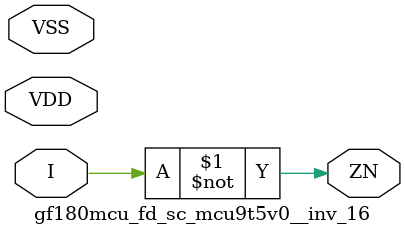
<source format=v>

module gf180mcu_fd_sc_mcu9t5v0__inv_16( I, ZN, VDD, VSS );
input I;
inout VDD, VSS;
output ZN;

	not MGM_BG_0( ZN, I );

endmodule

</source>
